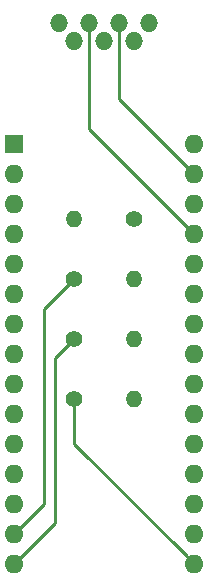
<source format=gbr>
G04 #@! TF.GenerationSoftware,KiCad,Pcbnew,(5.1.2)-1*
G04 #@! TF.CreationDate,2019-05-25T09:46:59-07:00*
G04 #@! TF.ProjectId,programmer,70726f67-7261-46d6-9d65-722e6b696361,rev?*
G04 #@! TF.SameCoordinates,Original*
G04 #@! TF.FileFunction,Copper,L2,Bot*
G04 #@! TF.FilePolarity,Positive*
%FSLAX46Y46*%
G04 Gerber Fmt 4.6, Leading zero omitted, Abs format (unit mm)*
G04 Created by KiCad (PCBNEW (5.1.2)-1) date 2019-05-25 09:46:59*
%MOMM*%
%LPD*%
G04 APERTURE LIST*
%ADD10O,1.524000X1.524000*%
%ADD11O,1.600000X1.600000*%
%ADD12R,1.600000X1.600000*%
%ADD13O,1.400000X1.400000*%
%ADD14C,1.400000*%
%ADD15C,0.254000*%
G04 APERTURE END LIST*
D10*
X31750000Y-13893800D03*
X25400000Y-15443200D03*
X26670000Y-13893800D03*
X27940000Y-15443200D03*
X29210000Y-13893800D03*
X30480000Y-15443200D03*
D11*
X35560000Y-59690000D03*
X20320000Y-59690000D03*
X35560000Y-24130000D03*
X20320000Y-57150000D03*
X35560000Y-26670000D03*
X20320000Y-54610000D03*
X35560000Y-29210000D03*
X20320000Y-52070000D03*
X35560000Y-31750000D03*
X20320000Y-49530000D03*
X35560000Y-34290000D03*
X20320000Y-46990000D03*
X35560000Y-36830000D03*
X20320000Y-44450000D03*
X35560000Y-39370000D03*
X20320000Y-41910000D03*
X35560000Y-41910000D03*
X20320000Y-39370000D03*
X35560000Y-44450000D03*
X20320000Y-36830000D03*
X35560000Y-46990000D03*
X20320000Y-34290000D03*
X35560000Y-49530000D03*
X20320000Y-31750000D03*
X35560000Y-52070000D03*
X20320000Y-29210000D03*
X35560000Y-54610000D03*
X20320000Y-26670000D03*
X35560000Y-57150000D03*
D12*
X20320000Y-24130000D03*
D13*
X25400000Y-30480000D03*
D14*
X30480000Y-30480000D03*
X25400000Y-35560000D03*
D13*
X30480000Y-35560000D03*
X30480000Y-40640000D03*
D14*
X25400000Y-40640000D03*
X25400000Y-45720000D03*
D13*
X30480000Y-45720000D03*
D10*
X24130000Y-13893800D03*
D15*
X21119999Y-56350001D02*
X20320000Y-57150000D01*
X22860000Y-54610000D02*
X21119999Y-56350001D01*
X25400000Y-35560000D02*
X22860000Y-38100000D01*
X22860000Y-38100000D02*
X22860000Y-54610000D01*
X35560000Y-31750000D02*
X26670000Y-22860000D01*
X26670000Y-15096742D02*
X26670000Y-14097000D01*
X26670000Y-22860000D02*
X26670000Y-15096742D01*
X34760001Y-58890001D02*
X35560000Y-59690000D01*
X25400000Y-45720000D02*
X25400000Y-49530000D01*
X25400000Y-49530000D02*
X34760001Y-58890001D01*
X23749000Y-42291000D02*
X25400000Y-40640000D01*
X20320000Y-59690000D02*
X23749000Y-56261000D01*
X23749000Y-56261000D02*
X23749000Y-42291000D01*
X35560000Y-26670000D02*
X34925000Y-26670000D01*
X35560000Y-26670000D02*
X29210000Y-20320000D01*
X29210000Y-15096742D02*
X29210000Y-14097000D01*
X29210000Y-20320000D02*
X29210000Y-15096742D01*
M02*

</source>
